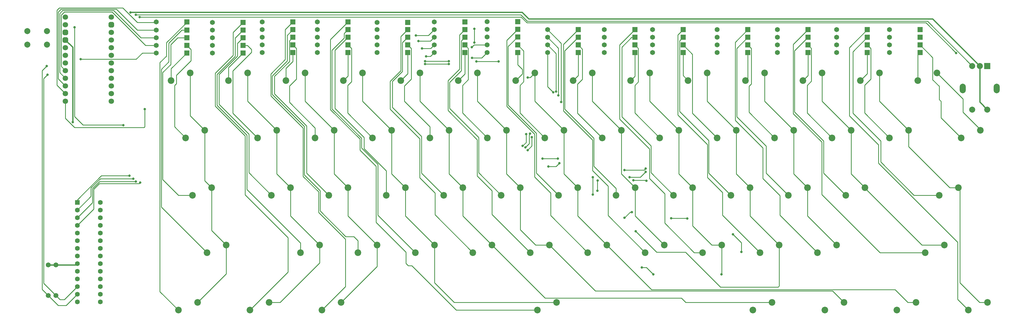
<source format=gbr>
%TF.GenerationSoftware,KiCad,Pcbnew,(7.0.0)*%
%TF.CreationDate,2023-12-21T18:15:09-08:00*%
%TF.ProjectId,Seeb61,53656562-3631-42e6-9b69-6361645f7063,rev?*%
%TF.SameCoordinates,Original*%
%TF.FileFunction,Copper,L2,Bot*%
%TF.FilePolarity,Positive*%
%FSLAX46Y46*%
G04 Gerber Fmt 4.6, Leading zero omitted, Abs format (unit mm)*
G04 Created by KiCad (PCBNEW (7.0.0)) date 2023-12-21 18:15:09*
%MOMM*%
%LPD*%
G01*
G04 APERTURE LIST*
G04 Aperture macros list*
%AMRoundRect*
0 Rectangle with rounded corners*
0 $1 Rounding radius*
0 $2 $3 $4 $5 $6 $7 $8 $9 X,Y pos of 4 corners*
0 Add a 4 corners polygon primitive as box body*
4,1,4,$2,$3,$4,$5,$6,$7,$8,$9,$2,$3,0*
0 Add four circle primitives for the rounded corners*
1,1,$1+$1,$2,$3*
1,1,$1+$1,$4,$5*
1,1,$1+$1,$6,$7*
1,1,$1+$1,$8,$9*
0 Add four rect primitives between the rounded corners*
20,1,$1+$1,$2,$3,$4,$5,0*
20,1,$1+$1,$4,$5,$6,$7,0*
20,1,$1+$1,$6,$7,$8,$9,0*
20,1,$1+$1,$8,$9,$2,$3,0*%
G04 Aperture macros list end*
%TA.AperFunction,ComponentPad*%
%ADD10C,2.200000*%
%TD*%
%TA.AperFunction,ComponentPad*%
%ADD11C,1.651000*%
%TD*%
%TA.AperFunction,ComponentPad*%
%ADD12R,1.651000X1.651000*%
%TD*%
%TA.AperFunction,ComponentPad*%
%ADD13R,1.600000X1.600000*%
%TD*%
%TA.AperFunction,ComponentPad*%
%ADD14C,1.600000*%
%TD*%
%TA.AperFunction,ComponentPad*%
%ADD15C,2.000000*%
%TD*%
%TA.AperFunction,ComponentPad*%
%ADD16C,1.800000*%
%TD*%
%TA.AperFunction,ComponentPad*%
%ADD17RoundRect,0.450000X-0.450000X-0.450000X0.450000X-0.450000X0.450000X0.450000X-0.450000X0.450000X0*%
%TD*%
%TA.AperFunction,WasherPad*%
%ADD18O,2.000000X3.200000*%
%TD*%
%TA.AperFunction,ComponentPad*%
%ADD19R,2.000000X2.000000*%
%TD*%
%TA.AperFunction,ViaPad*%
%ADD20C,0.800000*%
%TD*%
%TA.AperFunction,Conductor*%
%ADD21C,0.250000*%
%TD*%
%TA.AperFunction,Conductor*%
%ADD22C,0.381000*%
%TD*%
G04 APERTURE END LIST*
D10*
%TO.P,MX22,1,1*%
%TO.N,COL0*%
X251676000Y-181625000D03*
%TO.P,MX22,2,2*%
%TO.N,Net-(D22-A)*%
X245326000Y-184165000D03*
%TD*%
%TO.P,MX55,1,1*%
%TO.N,Expander_COL5*%
X494500000Y-162575000D03*
%TO.P,MX55,2,2*%
%TO.N,Net-(D63-A)*%
X488150000Y-165115000D03*
%TD*%
D11*
%TO.P,D27,1,K*%
%TO.N,ROW3*%
X320675000Y-110109000D03*
D12*
%TO.P,D27,2,A*%
%TO.N,Net-(D27-A)*%
X330834999Y-110108999D03*
%TD*%
D10*
%TO.P,MX48,1,1*%
%TO.N,Expander_COL5*%
X478028000Y-143510000D03*
%TO.P,MX48,2,2*%
%TO.N,Net-(D62-A)*%
X471678000Y-146050000D03*
%TD*%
%TO.P,MX52,1,1*%
%TO.N,Expander_COL2*%
X425450000Y-162560000D03*
%TO.P,MX52,2,2*%
%TO.N,Net-(D48-A)*%
X419100000Y-165100000D03*
%TD*%
D11*
%TO.P,D69,1,K*%
%TO.N,Net-(D39-K)*%
X471678000Y-110109000D03*
D12*
%TO.P,D69,2,A*%
%TO.N,Net-(D69-A)*%
X481837999Y-110108999D03*
%TD*%
D11*
%TO.P,D49,1,K*%
%TO.N,Net-(D39-K)*%
X393065000Y-110109000D03*
D12*
%TO.P,D49,2,A*%
%TO.N,Net-(D49-A)*%
X403224999Y-110108999D03*
%TD*%
D11*
%TO.P,D46,1,K*%
%TO.N,Net-(D36-K)*%
X393065000Y-117729000D03*
D12*
%TO.P,D46,2,A*%
%TO.N,Net-(D46-A)*%
X403224999Y-117728999D03*
%TD*%
D10*
%TO.P,MX8,1,1*%
%TO.N,COL0*%
X244602000Y-143510000D03*
%TO.P,MX8,2,2*%
%TO.N,Net-(D8-A)*%
X238252000Y-146050000D03*
%TD*%
D11*
%TO.P,D38,1,K*%
%TO.N,Net-(D38-K)*%
X358267000Y-112649000D03*
D12*
%TO.P,D38,2,A*%
%TO.N,Net-(D38-A)*%
X368426999Y-112648999D03*
%TD*%
D10*
%TO.P,MX45,1,1*%
%TO.N,Expander_COL2*%
X420878000Y-143510000D03*
%TO.P,MX45,2,2*%
%TO.N,Net-(D47-A)*%
X414528000Y-146050000D03*
%TD*%
%TO.P,MX11,1,1*%
%TO.N,COL3*%
X306578000Y-143510000D03*
%TO.P,MX11,2,2*%
%TO.N,Net-(D11-A)*%
X300228000Y-146050000D03*
%TD*%
D11*
%TO.P,D9,1,K*%
%TO.N,ROW1*%
X247142000Y-115316000D03*
D12*
%TO.P,D9,2,A*%
%TO.N,Net-(D9-A)*%
X257301999Y-115315999D03*
%TD*%
D10*
%TO.P,MX34,1,1*%
%TO.N,COL5*%
X456565000Y-200660000D03*
%TO.P,MX34,2,2*%
%TO.N,Net-(D34-A)*%
X450215000Y-203200000D03*
%TD*%
%TO.P,MX9,1,1*%
%TO.N,COL1*%
X268478000Y-143510000D03*
%TO.P,MX9,2,2*%
%TO.N,Net-(D9-A)*%
X262128000Y-146050000D03*
%TD*%
%TO.P,MX62,1,1*%
%TO.N,Expander_COL5*%
X504190000Y-200660000D03*
%TO.P,MX62,2,2*%
%TO.N,Net-(D64-A)*%
X497840000Y-203200000D03*
%TD*%
%TO.P,MX51,1,1*%
%TO.N,Expander_COL1*%
X406400000Y-162560000D03*
%TO.P,MX51,2,2*%
%TO.N,Net-(D43-A)*%
X400050000Y-165100000D03*
%TD*%
D11*
%TO.P,D26,1,K*%
%TO.N,ROW3*%
X301752000Y-110109000D03*
D12*
%TO.P,D26,2,A*%
%TO.N,Net-(D26-A)*%
X311911999Y-110108999D03*
%TD*%
D11*
%TO.P,D29,1,K*%
%TO.N,ROW4*%
X228473000Y-107569000D03*
D12*
%TO.P,D29,2,A*%
%TO.N,Net-(D29-A)*%
X238632999Y-107568999D03*
%TD*%
D11*
%TO.P,D44,1,K*%
%TO.N,Net-(D39-K)*%
X377063000Y-110109000D03*
D12*
%TO.P,D44,2,A*%
%TO.N,Net-(D44-A)*%
X387222999Y-110108999D03*
%TD*%
D10*
%TO.P,MX21,1,1*%
%TO.N,COL6*%
X368300000Y-162560000D03*
%TO.P,MX21,2,2*%
%TO.N,Net-(D21-A)*%
X361950000Y-165100000D03*
%TD*%
%TO.P,MX18,1,1*%
%TO.N,COL3*%
X311150000Y-162560000D03*
%TO.P,MX18,2,2*%
%TO.N,Net-(D18-A)*%
X304800000Y-165100000D03*
%TD*%
D11*
%TO.P,D13,1,K*%
%TO.N,ROW1*%
X320675000Y-115189000D03*
D12*
%TO.P,D13,2,A*%
%TO.N,Net-(D13-A)*%
X330834999Y-115188999D03*
%TD*%
D11*
%TO.P,D67,1,K*%
%TO.N,Net-(D37-K)*%
X471678000Y-115189000D03*
D12*
%TO.P,D67,2,A*%
%TO.N,Net-(D67-A)*%
X481837999Y-115188999D03*
%TD*%
D11*
%TO.P,D64,1,K*%
%TO.N,Net-(D39-K)*%
X454152000Y-110109000D03*
D12*
%TO.P,D64,2,A*%
%TO.N,Net-(D64-A)*%
X464311999Y-110108999D03*
%TD*%
D10*
%TO.P,MX25,1,1*%
%TO.N,COL3*%
X320802000Y-181610000D03*
%TO.P,MX25,2,2*%
%TO.N,Net-(D25-A)*%
X314452000Y-184150000D03*
%TD*%
D11*
%TO.P,D15,1,K*%
%TO.N,ROW2*%
X228473000Y-112776000D03*
D12*
%TO.P,D15,2,A*%
%TO.N,Net-(D15-A)*%
X238632999Y-112775999D03*
%TD*%
D11*
%TO.P,D41,1,K*%
%TO.N,Net-(D36-K)*%
X377063000Y-117729000D03*
D12*
%TO.P,D41,2,A*%
%TO.N,Net-(D41-A)*%
X387222999Y-117728999D03*
%TD*%
D10*
%TO.P,MX26,1,1*%
%TO.N,COL4*%
X339852000Y-181610000D03*
%TO.P,MX26,2,2*%
%TO.N,Net-(D26-A)*%
X333502000Y-184150000D03*
%TD*%
D13*
%TO.P,U2,1,GPB0*%
%TO.N,Net-(D36-K)*%
X202310999Y-167512999D03*
D14*
%TO.P,U2,2,GPB1*%
%TO.N,Net-(D37-K)*%
X202311000Y-170053000D03*
%TO.P,U2,3,GPB2*%
%TO.N,Net-(D38-K)*%
X202311000Y-172593000D03*
%TO.P,U2,4,GPB3*%
%TO.N,Net-(D39-K)*%
X202311000Y-175133000D03*
%TO.P,U2,5,GPB4*%
%TO.N,unconnected-(U2-GPB4-Pad5)*%
X202311000Y-177673000D03*
%TO.P,U2,6,GPB5*%
%TO.N,unconnected-(U2-GPB5-Pad6)*%
X202311000Y-180213000D03*
%TO.P,U2,7,GPB6*%
%TO.N,unconnected-(U2-GPB6-Pad7)*%
X202311000Y-182753000D03*
%TO.P,U2,8,GPB7*%
%TO.N,unconnected-(U2-GPB7-Pad8)*%
X202311000Y-185293000D03*
%TO.P,U2,9,VDD*%
%TO.N,VDD*%
X202311000Y-187833000D03*
%TO.P,U2,10,VSS*%
%TO.N,GND*%
X202311000Y-190373000D03*
%TO.P,U2,11,NC*%
%TO.N,unconnected-(U2-NC-Pad11)*%
X202311000Y-192913000D03*
%TO.P,U2,12,SCK*%
%TO.N,SCL*%
X202311000Y-195453000D03*
%TO.P,U2,13,SDA*%
%TO.N,SDA*%
X202311000Y-197993000D03*
%TO.P,U2,14,NC*%
%TO.N,unconnected-(U2-NC-Pad14)*%
X202311000Y-200533000D03*
%TO.P,U2,15,A0*%
%TO.N,GND*%
X209931000Y-200533000D03*
%TO.P,U2,16,A1*%
X209931000Y-197993000D03*
%TO.P,U2,17,A2*%
X209931000Y-195453000D03*
%TO.P,U2,18,~{RESET}*%
%TO.N,VDD*%
X209931000Y-192913000D03*
%TO.P,U2,19,INTB*%
%TO.N,unconnected-(U2-INTB-Pad19)*%
X209931000Y-190373000D03*
%TO.P,U2,20,INTA*%
%TO.N,unconnected-(U2-INTA-Pad20)*%
X209931000Y-187833000D03*
%TO.P,U2,21,GPA0*%
%TO.N,Expander_COL0*%
X209931000Y-185293000D03*
%TO.P,U2,22,GPA1*%
%TO.N,Expander_COL1*%
X209931000Y-182753000D03*
%TO.P,U2,23,GPA2*%
%TO.N,Expander_COL2*%
X209931000Y-180213000D03*
%TO.P,U2,24,GPA3*%
%TO.N,Expander_COL3*%
X209931000Y-177673000D03*
%TO.P,U2,25,GPA4*%
%TO.N,Expander_COL4*%
X209931000Y-175133000D03*
%TO.P,U2,26,GPA5*%
%TO.N,Expander_COL5*%
X209931000Y-172593000D03*
%TO.P,U2,27,GPA6*%
%TO.N,Expander_COL6*%
X209931000Y-170053000D03*
%TO.P,U2,28,GPA7*%
%TO.N,unconnected-(U2-GPA7-Pad28)*%
X209931000Y-167513000D03*
%TD*%
D11*
%TO.P,D5,1,K*%
%TO.N,ROW0*%
X301752000Y-117729000D03*
D12*
%TO.P,D5,2,A*%
%TO.N,Net-(D5-A)*%
X311911999Y-117728999D03*
%TD*%
D10*
%TO.P,MX57,1,1*%
%TO.N,Expander_COL0*%
X397002000Y-181610000D03*
%TO.P,MX57,2,2*%
%TO.N,Net-(D39-A)*%
X390652000Y-184150000D03*
%TD*%
D11*
%TO.P,D7,1,K*%
%TO.N,ROW0*%
X338201000Y-117729000D03*
D12*
%TO.P,D7,2,A*%
%TO.N,Net-(D7-A)*%
X348360999Y-117728999D03*
%TD*%
D10*
%TO.P,MX1,1,1*%
%TO.N,COL0*%
X239776000Y-124460000D03*
%TO.P,MX1,2,2*%
%TO.N,Net-(D1-A)*%
X233426000Y-127000000D03*
%TD*%
%TO.P,MX58,1,1*%
%TO.N,Expander_COL1*%
X416052000Y-181610000D03*
%TO.P,MX58,2,2*%
%TO.N,Net-(D44-A)*%
X409702000Y-184150000D03*
%TD*%
D11*
%TO.P,D6,1,K*%
%TO.N,ROW0*%
X320675000Y-117729000D03*
D12*
%TO.P,D6,2,A*%
%TO.N,Net-(D6-A)*%
X330834999Y-117728999D03*
%TD*%
D10*
%TO.P,MX41,1,1*%
%TO.N,Expander_COL5*%
X468376000Y-124460000D03*
%TO.P,MX41,2,2*%
%TO.N,Net-(D61-A)*%
X462026000Y-127000000D03*
%TD*%
D11*
%TO.P,D16,1,K*%
%TO.N,ROW2*%
X247142000Y-112776000D03*
D12*
%TO.P,D16,2,A*%
%TO.N,Net-(D16-A)*%
X257301999Y-112775999D03*
%TD*%
D10*
%TO.P,MX15,1,1*%
%TO.N,COL0*%
X246888000Y-162560000D03*
%TO.P,MX15,2,2*%
%TO.N,Net-(D15-A)*%
X240538000Y-165100000D03*
%TD*%
%TO.P,MX39,1,1*%
%TO.N,Expander_COL3*%
X430276000Y-124460000D03*
%TO.P,MX39,2,2*%
%TO.N,Net-(D51-A)*%
X423926000Y-127000000D03*
%TD*%
%TO.P,MX12,1,1*%
%TO.N,COL4*%
X325628000Y-143510000D03*
%TO.P,MX12,2,2*%
%TO.N,Net-(D12-A)*%
X319278000Y-146050000D03*
%TD*%
D11*
%TO.P,R1,1*%
%TO.N,SDA*%
X192659000Y-198374000D03*
%TO.P,R1,2*%
%TO.N,VDD*%
X192659000Y-188214000D03*
%TD*%
D10*
%TO.P,MX6,1,1*%
%TO.N,COL5*%
X335026000Y-124460000D03*
%TO.P,MX6,2,2*%
%TO.N,Net-(D6-A)*%
X328676000Y-127000000D03*
%TD*%
D11*
%TO.P,D58,1,K*%
%TO.N,Net-(D38-K)*%
X434467000Y-112649000D03*
D12*
%TO.P,D58,2,A*%
%TO.N,Net-(D58-A)*%
X444626999Y-112648999D03*
%TD*%
D15*
%TO.P,SW1,1,1*%
%TO.N,GND*%
X185778000Y-110562000D03*
X192278000Y-110562000D03*
%TO.P,SW1,2,2*%
%TO.N,Net-(U1-RST)*%
X185778000Y-115062000D03*
X192278000Y-115062000D03*
%TD*%
D10*
%TO.P,MX38,1,1*%
%TO.N,Expander_COL2*%
X411226000Y-124460000D03*
%TO.P,MX38,2,2*%
%TO.N,Net-(D46-A)*%
X404876000Y-127000000D03*
%TD*%
D11*
%TO.P,D66,1,K*%
%TO.N,Net-(D36-K)*%
X471678000Y-117729000D03*
D12*
%TO.P,D66,2,A*%
%TO.N,Net-(D66-A)*%
X481837999Y-117728999D03*
%TD*%
D10*
%TO.P,MX13,1,1*%
%TO.N,COL5*%
X344678000Y-143510000D03*
%TO.P,MX13,2,2*%
%TO.N,Net-(D13-A)*%
X338328000Y-146050000D03*
%TD*%
D11*
%TO.P,D59,1,K*%
%TO.N,Net-(D39-K)*%
X434467000Y-110109000D03*
D12*
%TO.P,D59,2,A*%
%TO.N,Net-(D59-A)*%
X444626999Y-110108999D03*
%TD*%
D11*
%TO.P,R2,1*%
%TO.N,SCL*%
X195199000Y-198374000D03*
%TO.P,R2,2*%
%TO.N,VDD*%
X195199000Y-188214000D03*
%TD*%
%TO.P,D17,1,K*%
%TO.N,ROW2*%
X263652000Y-112649000D03*
D12*
%TO.P,D17,2,A*%
%TO.N,Net-(D17-A)*%
X273811999Y-112648999D03*
%TD*%
D10*
%TO.P,MX3,1,1*%
%TO.N,COL2*%
X277876000Y-124460000D03*
%TO.P,MX3,2,2*%
%TO.N,Net-(D3-A)*%
X271526000Y-127000000D03*
%TD*%
D11*
%TO.P,D30,1,K*%
%TO.N,ROW4*%
X247142000Y-107696000D03*
D12*
%TO.P,D30,2,A*%
%TO.N,Net-(D30-A)*%
X257301999Y-107695999D03*
%TD*%
D10*
%TO.P,MX31,1,1*%
%TO.N,COL2*%
X289814000Y-200660000D03*
%TO.P,MX31,2,2*%
%TO.N,Net-(D31-A)*%
X283464000Y-203200000D03*
%TD*%
D11*
%TO.P,D25,1,K*%
%TO.N,ROW3*%
X281940000Y-110109000D03*
D12*
%TO.P,D25,2,A*%
%TO.N,Net-(D25-A)*%
X292099999Y-110108999D03*
%TD*%
D11*
%TO.P,D42,1,K*%
%TO.N,Net-(D37-K)*%
X377063000Y-115189000D03*
D12*
%TO.P,D42,2,A*%
%TO.N,Net-(D42-A)*%
X387222999Y-115188999D03*
%TD*%
D11*
%TO.P,D14,1,K*%
%TO.N,ROW1*%
X338201000Y-115189000D03*
D12*
%TO.P,D14,2,A*%
%TO.N,Net-(D14-A)*%
X348360999Y-115188999D03*
%TD*%
D10*
%TO.P,MX5,1,1*%
%TO.N,COL4*%
X315976000Y-124460000D03*
%TO.P,MX5,2,2*%
%TO.N,Net-(D5-A)*%
X309626000Y-127000000D03*
%TD*%
D11*
%TO.P,D54,1,K*%
%TO.N,Net-(D39-K)*%
X414528000Y-110109000D03*
D12*
%TO.P,D54,2,A*%
%TO.N,Net-(D54-A)*%
X424687999Y-110108999D03*
%TD*%
D11*
%TO.P,D63,1,K*%
%TO.N,Net-(D38-K)*%
X454152000Y-112649000D03*
D12*
%TO.P,D63,2,A*%
%TO.N,Net-(D63-A)*%
X464311999Y-112648999D03*
%TD*%
D10*
%TO.P,MX59,1,1*%
%TO.N,Expander_COL2*%
X435102000Y-181610000D03*
%TO.P,MX59,2,2*%
%TO.N,Net-(D49-A)*%
X428752000Y-184150000D03*
%TD*%
D16*
%TO.P,U1,1,D3-TX*%
%TO.N,COL4*%
X198374000Y-105918000D03*
%TO.P,U1,2,D2-RX*%
%TO.N,unconnected-(U1-D2-RX-Pad2)*%
X198374000Y-108458000D03*
D17*
%TO.P,U1,3,GND*%
%TO.N,GND*%
X198374000Y-110998000D03*
%TO.P,U1,4,GND*%
X198374000Y-113538000D03*
D16*
%TO.P,U1,5,D1*%
%TO.N,SDA*%
X198374000Y-116078000D03*
%TO.P,U1,6,D0*%
%TO.N,SCL*%
X198374000Y-118618000D03*
%TO.P,U1,7,D4*%
%TO.N,ROW0*%
X198374000Y-121158000D03*
%TO.P,U1,8,C6*%
%TO.N,ROW1*%
X198374000Y-123698000D03*
%TO.P,U1,9,D7*%
%TO.N,ROW2*%
X198374000Y-126238000D03*
%TO.P,U1,10,E6*%
%TO.N,ROW3*%
X198374000Y-128778000D03*
%TO.P,U1,11,B4*%
%TO.N,ROW4*%
X198374000Y-131318000D03*
%TO.P,U1,12,B5*%
%TO.N,COL0*%
X198374000Y-133858000D03*
%TO.P,U1,13,B0*%
%TO.N,unconnected-(U1-B0-Pad13)*%
X213614000Y-105918000D03*
D17*
%TO.P,U1,14,GND*%
%TO.N,GND*%
X213614000Y-108458000D03*
D16*
%TO.P,U1,15,RST*%
%TO.N,Net-(U1-RST)*%
X213614000Y-110998000D03*
%TO.P,U1,16,VCC*%
%TO.N,VDD*%
X213614000Y-113538000D03*
%TO.P,U1,17,F4*%
%TO.N,unconnected-(U1-F4-Pad17)*%
X213614000Y-116078000D03*
%TO.P,U1,18,F5*%
%TO.N,Net-(U1-F5)*%
X213614000Y-118618000D03*
%TO.P,U1,19,F6*%
%TO.N,Net-(U1-F6)*%
X213614000Y-121158000D03*
%TO.P,U1,20,F7*%
%TO.N,COL6*%
X213614000Y-123698000D03*
%TO.P,U1,21,B1*%
%TO.N,COL5*%
X213614000Y-126238000D03*
%TO.P,U1,22,B3*%
%TO.N,COL3*%
X213614000Y-128778000D03*
%TO.P,U1,23,B2*%
%TO.N,COL2*%
X213614000Y-131318000D03*
%TO.P,U1,24,B6*%
%TO.N,COL1*%
X213614000Y-133858000D03*
%TD*%
D11*
%TO.P,D12,1,K*%
%TO.N,ROW1*%
X301752000Y-115189000D03*
D12*
%TO.P,D12,2,A*%
%TO.N,Net-(D12-A)*%
X311911999Y-115188999D03*
%TD*%
D11*
%TO.P,D61,1,K*%
%TO.N,Net-(D36-K)*%
X454152000Y-117729000D03*
D12*
%TO.P,D61,2,A*%
%TO.N,Net-(D61-A)*%
X464311999Y-117728999D03*
%TD*%
D11*
%TO.P,D34,1,K*%
%TO.N,ROW4*%
X320675000Y-107569000D03*
D12*
%TO.P,D34,2,A*%
%TO.N,Net-(D34-A)*%
X330834999Y-107568999D03*
%TD*%
D10*
%TO.P,MX40,1,1*%
%TO.N,Expander_COL4*%
X449326000Y-124460000D03*
%TO.P,MX40,2,2*%
%TO.N,Net-(D56-A)*%
X442976000Y-127000000D03*
%TD*%
D11*
%TO.P,D51,1,K*%
%TO.N,Net-(D36-K)*%
X414528000Y-117729000D03*
D12*
%TO.P,D51,2,A*%
%TO.N,Net-(D51-A)*%
X424687999Y-117728999D03*
%TD*%
D10*
%TO.P,MX20,1,1*%
%TO.N,COL5*%
X349250000Y-162560000D03*
%TO.P,MX20,2,2*%
%TO.N,Net-(D20-A)*%
X342900000Y-165100000D03*
%TD*%
D11*
%TO.P,D39,1,K*%
%TO.N,Net-(D39-K)*%
X358267000Y-110109000D03*
D12*
%TO.P,D39,2,A*%
%TO.N,Net-(D39-A)*%
X368426999Y-110108999D03*
%TD*%
D11*
%TO.P,D2,1,K*%
%TO.N,ROW0*%
X247142000Y-117856000D03*
D12*
%TO.P,D2,2,A*%
%TO.N,Net-(D2-A)*%
X257301999Y-117855999D03*
%TD*%
D11*
%TO.P,D48,1,K*%
%TO.N,Net-(D38-K)*%
X393065000Y-112649000D03*
D12*
%TO.P,D48,2,A*%
%TO.N,Net-(D48-A)*%
X403224999Y-112648999D03*
%TD*%
D11*
%TO.P,D53,1,K*%
%TO.N,Net-(D38-K)*%
X414528000Y-112649000D03*
D12*
%TO.P,D53,2,A*%
%TO.N,Net-(D53-A)*%
X424687999Y-112648999D03*
%TD*%
D11*
%TO.P,D47,1,K*%
%TO.N,Net-(D37-K)*%
X393065000Y-115189000D03*
D12*
%TO.P,D47,2,A*%
%TO.N,Net-(D47-A)*%
X403224999Y-115188999D03*
%TD*%
D11*
%TO.P,D10,1,K*%
%TO.N,ROW1*%
X263652000Y-115189000D03*
D12*
%TO.P,D10,2,A*%
%TO.N,Net-(D10-A)*%
X273811999Y-115188999D03*
%TD*%
D18*
%TO.P,SW2,*%
%TO.N,*%
X507209999Y-129651999D03*
X496009999Y-129651999D03*
D19*
%TO.P,SW2,A,A*%
%TO.N,Net-(U1-F6)*%
X504109999Y-122151999D03*
D15*
%TO.P,SW2,B,B*%
%TO.N,Net-(U1-F5)*%
X499110000Y-122152000D03*
%TO.P,SW2,C,C*%
%TO.N,GND*%
X501610000Y-122152000D03*
%TO.P,SW2,S1,S1*%
%TO.N,unconnected-(SW2-PadS1)*%
X499110000Y-136652000D03*
%TO.P,SW2,S2,S2*%
%TO.N,GND*%
X504110000Y-136652000D03*
%TD*%
D11*
%TO.P,D11,1,K*%
%TO.N,ROW1*%
X281940000Y-115189000D03*
D12*
%TO.P,D11,2,A*%
%TO.N,Net-(D11-A)*%
X292099999Y-115188999D03*
%TD*%
D10*
%TO.P,MX14,1,1*%
%TO.N,COL6*%
X363728000Y-143510000D03*
%TO.P,MX14,2,2*%
%TO.N,Net-(D14-A)*%
X357378000Y-146050000D03*
%TD*%
%TO.P,MX2,1,1*%
%TO.N,COL1*%
X258826000Y-124460000D03*
%TO.P,MX2,2,2*%
%TO.N,Net-(D2-A)*%
X252476000Y-127000000D03*
%TD*%
D11*
%TO.P,D37,1,K*%
%TO.N,Net-(D37-K)*%
X358267000Y-115189000D03*
D12*
%TO.P,D37,2,A*%
%TO.N,Net-(D37-A)*%
X368426999Y-115188999D03*
%TD*%
D10*
%TO.P,MX37,1,1*%
%TO.N,Expander_COL1*%
X392176000Y-124460000D03*
%TO.P,MX37,2,2*%
%TO.N,Net-(D41-A)*%
X385826000Y-127000000D03*
%TD*%
%TO.P,MX47,1,1*%
%TO.N,Expander_COL4*%
X458978000Y-143510000D03*
%TO.P,MX47,2,2*%
%TO.N,Net-(D57-A)*%
X452628000Y-146050000D03*
%TD*%
%TO.P,MX46,1,1*%
%TO.N,Expander_COL3*%
X439928000Y-143510000D03*
%TO.P,MX46,2,2*%
%TO.N,Net-(D52-A)*%
X433578000Y-146050000D03*
%TD*%
%TO.P,MX42,1,1*%
%TO.N,Expander_COL6*%
X487426000Y-124460000D03*
%TO.P,MX42,2,2*%
%TO.N,Net-(D66-A)*%
X481076000Y-127000000D03*
%TD*%
%TO.P,MX28,1,1*%
%TO.N,COL6*%
X377952000Y-181610000D03*
%TO.P,MX28,2,2*%
%TO.N,Net-(D28-A)*%
X371602000Y-184150000D03*
%TD*%
%TO.P,MX24,1,1*%
%TO.N,COL2*%
X301752000Y-181610000D03*
%TO.P,MX24,2,2*%
%TO.N,Net-(D24-A)*%
X295402000Y-184150000D03*
%TD*%
%TO.P,MX23,1,1*%
%TO.N,COL1*%
X282702000Y-181610000D03*
%TO.P,MX23,2,2*%
%TO.N,Net-(D23-A)*%
X276352000Y-184150000D03*
%TD*%
D11*
%TO.P,D21,1,K*%
%TO.N,ROW2*%
X338201000Y-112522000D03*
D12*
%TO.P,D21,2,A*%
%TO.N,Net-(D21-A)*%
X348360999Y-112521999D03*
%TD*%
D11*
%TO.P,D1,1,K*%
%TO.N,ROW0*%
X228473000Y-117856000D03*
D12*
%TO.P,D1,2,A*%
%TO.N,Net-(D1-A)*%
X238632999Y-117855999D03*
%TD*%
D10*
%TO.P,MX53,1,1*%
%TO.N,Expander_COL3*%
X444500000Y-162560000D03*
%TO.P,MX53,2,2*%
%TO.N,Net-(D53-A)*%
X438150000Y-165100000D03*
%TD*%
D11*
%TO.P,D43,1,K*%
%TO.N,Net-(D38-K)*%
X377063000Y-112649000D03*
D12*
%TO.P,D43,2,A*%
%TO.N,Net-(D43-A)*%
X387222999Y-112648999D03*
%TD*%
D10*
%TO.P,MX29,1,1*%
%TO.N,COL0*%
X242189000Y-200660000D03*
%TO.P,MX29,2,2*%
%TO.N,Net-(D29-A)*%
X235839000Y-203200000D03*
%TD*%
D11*
%TO.P,D3,1,K*%
%TO.N,ROW0*%
X263652000Y-117729000D03*
D12*
%TO.P,D3,2,A*%
%TO.N,Net-(D3-A)*%
X273811999Y-117728999D03*
%TD*%
D10*
%TO.P,MX35,1,1*%
%TO.N,COL6*%
X480441000Y-200660000D03*
%TO.P,MX35,2,2*%
%TO.N,Net-(D35-A)*%
X474091000Y-203200000D03*
%TD*%
D11*
%TO.P,D32,1,K*%
%TO.N,ROW4*%
X281940000Y-107569000D03*
D12*
%TO.P,D32,2,A*%
%TO.N,Net-(D32-A)*%
X292099999Y-107568999D03*
%TD*%
D10*
%TO.P,MX49,1,1*%
%TO.N,Expander_COL6*%
X501777000Y-143510000D03*
%TO.P,MX49,2,2*%
%TO.N,Net-(D67-A)*%
X495427000Y-146050000D03*
%TD*%
%TO.P,MX27,1,1*%
%TO.N,COL5*%
X358902000Y-181610000D03*
%TO.P,MX27,2,2*%
%TO.N,Net-(D27-A)*%
X352552000Y-184150000D03*
%TD*%
%TO.P,MX54,1,1*%
%TO.N,Expander_COL4*%
X463550000Y-162560000D03*
%TO.P,MX54,2,2*%
%TO.N,Net-(D58-A)*%
X457200000Y-165100000D03*
%TD*%
D11*
%TO.P,D22,1,K*%
%TO.N,ROW3*%
X228473000Y-110236000D03*
D12*
%TO.P,D22,2,A*%
%TO.N,Net-(D22-A)*%
X238632999Y-110235999D03*
%TD*%
D11*
%TO.P,D20,1,K*%
%TO.N,ROW2*%
X320675000Y-112649000D03*
D12*
%TO.P,D20,2,A*%
%TO.N,Net-(D20-A)*%
X330834999Y-112648999D03*
%TD*%
D10*
%TO.P,MX36,1,1*%
%TO.N,Expander_COL0*%
X373126000Y-124460000D03*
%TO.P,MX36,2,2*%
%TO.N,Net-(D36-A)*%
X366776000Y-127000000D03*
%TD*%
%TO.P,MX50,1,1*%
%TO.N,Expander_COL0*%
X387350000Y-162560000D03*
%TO.P,MX50,2,2*%
%TO.N,Net-(D38-A)*%
X381000000Y-165100000D03*
%TD*%
D11*
%TO.P,D62,1,K*%
%TO.N,Net-(D37-K)*%
X454152000Y-115189000D03*
D12*
%TO.P,D62,2,A*%
%TO.N,Net-(D62-A)*%
X464311999Y-115188999D03*
%TD*%
D11*
%TO.P,D52,1,K*%
%TO.N,Net-(D37-K)*%
X414528000Y-115189000D03*
D12*
%TO.P,D52,2,A*%
%TO.N,Net-(D52-A)*%
X424687999Y-115188999D03*
%TD*%
D10*
%TO.P,MX61,1,1*%
%TO.N,Expander_COL4*%
X489877000Y-181625000D03*
%TO.P,MX61,2,2*%
%TO.N,Net-(D59-A)*%
X483527000Y-184165000D03*
%TD*%
D11*
%TO.P,D24,1,K*%
%TO.N,ROW3*%
X263652000Y-110109000D03*
D12*
%TO.P,D24,2,A*%
%TO.N,Net-(D24-A)*%
X273811999Y-110108999D03*
%TD*%
D10*
%TO.P,MX17,1,1*%
%TO.N,COL2*%
X292100000Y-162560000D03*
%TO.P,MX17,2,2*%
%TO.N,Net-(D17-A)*%
X285750000Y-165100000D03*
%TD*%
D11*
%TO.P,D8,1,K*%
%TO.N,ROW1*%
X228473000Y-115316000D03*
D12*
%TO.P,D8,2,A*%
%TO.N,Net-(D8-A)*%
X238632999Y-115315999D03*
%TD*%
D11*
%TO.P,D68,1,K*%
%TO.N,Net-(D38-K)*%
X471678000Y-112649000D03*
D12*
%TO.P,D68,2,A*%
%TO.N,Net-(D68-A)*%
X481837999Y-112648999D03*
%TD*%
D11*
%TO.P,D57,1,K*%
%TO.N,Net-(D37-K)*%
X434467000Y-115189000D03*
D12*
%TO.P,D57,2,A*%
%TO.N,Net-(D57-A)*%
X444626999Y-115188999D03*
%TD*%
D10*
%TO.P,MX4,1,1*%
%TO.N,COL3*%
X296926000Y-124460000D03*
%TO.P,MX4,2,2*%
%TO.N,Net-(D4-A)*%
X290576000Y-127000000D03*
%TD*%
D11*
%TO.P,D19,1,K*%
%TO.N,ROW2*%
X301752000Y-112649000D03*
D12*
%TO.P,D19,2,A*%
%TO.N,Net-(D19-A)*%
X311911999Y-112648999D03*
%TD*%
D10*
%TO.P,MX30,1,1*%
%TO.N,COL1*%
X265938000Y-200660000D03*
%TO.P,MX30,2,2*%
%TO.N,Net-(D30-A)*%
X259588000Y-203200000D03*
%TD*%
D11*
%TO.P,D33,1,K*%
%TO.N,ROW4*%
X301752000Y-107696000D03*
D12*
%TO.P,D33,2,A*%
%TO.N,Net-(D33-A)*%
X311911999Y-107695999D03*
%TD*%
D11*
%TO.P,D23,1,K*%
%TO.N,ROW3*%
X247142000Y-110236000D03*
D12*
%TO.P,D23,2,A*%
%TO.N,Net-(D23-A)*%
X257301999Y-110235999D03*
%TD*%
D11*
%TO.P,D4,1,K*%
%TO.N,ROW0*%
X281940000Y-117729000D03*
D12*
%TO.P,D4,2,A*%
%TO.N,Net-(D4-A)*%
X292099999Y-117728999D03*
%TD*%
D11*
%TO.P,D56,1,K*%
%TO.N,Net-(D36-K)*%
X434467000Y-117729000D03*
D12*
%TO.P,D56,2,A*%
%TO.N,Net-(D56-A)*%
X444626999Y-117728999D03*
%TD*%
D10*
%TO.P,MX60,1,1*%
%TO.N,Expander_COL3*%
X454152000Y-181610000D03*
%TO.P,MX60,2,2*%
%TO.N,Net-(D54-A)*%
X447802000Y-184150000D03*
%TD*%
D11*
%TO.P,D28,1,K*%
%TO.N,ROW3*%
X338201000Y-109982000D03*
D12*
%TO.P,D28,2,A*%
%TO.N,Net-(D28-A)*%
X348360999Y-109981999D03*
%TD*%
D10*
%TO.P,MX33,1,1*%
%TO.N,COL4*%
X432689000Y-200660000D03*
%TO.P,MX33,2,2*%
%TO.N,Net-(D33-A)*%
X426339000Y-203200000D03*
%TD*%
D11*
%TO.P,D36,1,K*%
%TO.N,Net-(D36-K)*%
X358267000Y-117729000D03*
D12*
%TO.P,D36,2,A*%
%TO.N,Net-(D36-A)*%
X368426999Y-117728999D03*
%TD*%
D10*
%TO.P,MX10,1,1*%
%TO.N,COL2*%
X287528000Y-143510000D03*
%TO.P,MX10,2,2*%
%TO.N,Net-(D10-A)*%
X281178000Y-146050000D03*
%TD*%
%TO.P,MX16,1,1*%
%TO.N,COL1*%
X273050000Y-162560000D03*
%TO.P,MX16,2,2*%
%TO.N,Net-(D16-A)*%
X266700000Y-165100000D03*
%TD*%
%TO.P,MX43,1,1*%
%TO.N,Expander_COL0*%
X382778000Y-143510000D03*
%TO.P,MX43,2,2*%
%TO.N,Net-(D37-A)*%
X376428000Y-146050000D03*
%TD*%
D11*
%TO.P,D18,1,K*%
%TO.N,ROW2*%
X281940000Y-112649000D03*
D12*
%TO.P,D18,2,A*%
%TO.N,Net-(D18-A)*%
X292099999Y-112648999D03*
%TD*%
D10*
%TO.P,MX19,1,1*%
%TO.N,COL4*%
X330200000Y-162560000D03*
%TO.P,MX19,2,2*%
%TO.N,Net-(D19-A)*%
X323850000Y-165100000D03*
%TD*%
%TO.P,MX32,1,1*%
%TO.N,COL3*%
X361277000Y-200675000D03*
%TO.P,MX32,2,2*%
%TO.N,Net-(D32-A)*%
X354927000Y-203215000D03*
%TD*%
D11*
%TO.P,D35,1,K*%
%TO.N,ROW4*%
X338201000Y-107442000D03*
D12*
%TO.P,D35,2,A*%
%TO.N,Net-(D35-A)*%
X348360999Y-107441999D03*
%TD*%
D10*
%TO.P,MX7,1,1*%
%TO.N,COL6*%
X354076000Y-124460000D03*
%TO.P,MX7,2,2*%
%TO.N,Net-(D7-A)*%
X347726000Y-127000000D03*
%TD*%
D11*
%TO.P,D31,1,K*%
%TO.N,ROW4*%
X263652000Y-107569000D03*
D12*
%TO.P,D31,2,A*%
%TO.N,Net-(D31-A)*%
X273811999Y-107568999D03*
%TD*%
D10*
%TO.P,MX44,1,1*%
%TO.N,Expander_COL1*%
X401828000Y-143510000D03*
%TO.P,MX44,2,2*%
%TO.N,Net-(D42-A)*%
X395478000Y-146050000D03*
%TD*%
D20*
%TO.N,ROW0*%
X333248000Y-119507000D03*
X203454000Y-119888000D03*
X318008000Y-118999000D03*
%TO.N,ROW1*%
X333121000Y-115951000D03*
X316611000Y-116332000D03*
%TO.N,ROW2*%
X315468000Y-113919000D03*
%TO.N,ROW3*%
X314579000Y-112014000D03*
%TO.N,Net-(D34-A)*%
X334010000Y-114427000D03*
X422529000Y-183896000D03*
X419735000Y-178054000D03*
X334010000Y-109855000D03*
%TO.N,Net-(D36-K)*%
X350012000Y-148717000D03*
X360172000Y-130937000D03*
X351155000Y-144780000D03*
X219583000Y-158623000D03*
%TO.N,Net-(D37-K)*%
X350901000Y-149225000D03*
X220853000Y-159639000D03*
X361133046Y-130662415D03*
X352425000Y-144653000D03*
%TO.N,Net-(D38-K)*%
X361857546Y-131953000D03*
X351663000Y-150114000D03*
X221742000Y-160528000D03*
X353060000Y-145796000D03*
%TO.N,Net-(D39-K)*%
X356616000Y-152908000D03*
X362807500Y-134112000D03*
X361696000Y-152908000D03*
X223139000Y-160909000D03*
%TO.N,COL0*%
X224663000Y-136525000D03*
%TO.N,COL4*%
X217551000Y-141859000D03*
X201422000Y-109347000D03*
%TO.N,COL5*%
X325501000Y-121539000D03*
X317627000Y-121539000D03*
%TO.N,COL6*%
X317627000Y-120539497D03*
X334645000Y-120650000D03*
X325501000Y-120539497D03*
X342011000Y-120650000D03*
X351663000Y-125984000D03*
%TO.N,Expander_COL1*%
X389509000Y-189103000D03*
X415925000Y-191389000D03*
X393319000Y-191389000D03*
%TO.N,Expander_COL2*%
X387477000Y-177038000D03*
%TO.N,Expander_COL3*%
X383794000Y-172593000D03*
X386207000Y-170688000D03*
X404622000Y-172847000D03*
X399288000Y-172720000D03*
%TO.N,Expander_COL4*%
X391033000Y-160274000D03*
X374777000Y-163576000D03*
X386715000Y-160147000D03*
X374921432Y-160209862D03*
%TO.N,Expander_COL5*%
X373253000Y-159131000D03*
X390779000Y-157353000D03*
X373253000Y-164846000D03*
X385445000Y-159131000D03*
%TO.N,Expander_COL6*%
X383794000Y-156718000D03*
X390779000Y-156210000D03*
X362204000Y-154432000D03*
X358521000Y-155575000D03*
%TO.N,SDA*%
X192151000Y-122174000D03*
%TO.N,SCL*%
X192405000Y-125095000D03*
%TO.N,GND*%
X219964000Y-104394000D03*
X200787000Y-140843000D03*
%TO.N,Net-(U1-F6)*%
X223012000Y-105918000D03*
X493782701Y-117849299D03*
%TO.N,Net-(U1-F5)*%
X221742000Y-105156000D03*
%TD*%
D21*
%TO.N,ROW0*%
X318008000Y-118999000D02*
X319405000Y-118999000D01*
X223896812Y-117856000D02*
X221819812Y-119933000D01*
X223896812Y-117856000D02*
X228473000Y-117856000D01*
X336423000Y-119507000D02*
X338201000Y-117729000D01*
X203499000Y-119933000D02*
X203454000Y-119888000D01*
X319405000Y-118999000D02*
X320675000Y-117729000D01*
X333248000Y-119507000D02*
X336423000Y-119507000D01*
X221819812Y-119933000D02*
X203499000Y-119933000D01*
%TO.N,Net-(D1-A)*%
X233426000Y-123063000D02*
X238633000Y-117856000D01*
X233426000Y-127000000D02*
X233426000Y-123063000D01*
%TO.N,Net-(D2-A)*%
X252476000Y-127000000D02*
X252476000Y-122682000D01*
X252476000Y-122682000D02*
X257302000Y-117856000D01*
%TO.N,Net-(D3-A)*%
X273812000Y-120650000D02*
X273812000Y-117729000D01*
X271526000Y-122936000D02*
X273812000Y-120650000D01*
X271526000Y-127000000D02*
X271526000Y-122936000D01*
%TO.N,Net-(D4-A)*%
X292100000Y-125476000D02*
X290576000Y-127000000D01*
X292100000Y-117729000D02*
X292100000Y-125476000D01*
%TO.N,Net-(D5-A)*%
X311912000Y-124714000D02*
X309626000Y-127000000D01*
X311912000Y-117729000D02*
X311912000Y-124714000D01*
%TO.N,Net-(D6-A)*%
X330835000Y-117729000D02*
X330835000Y-124841000D01*
X330835000Y-124841000D02*
X328676000Y-127000000D01*
%TO.N,Net-(D7-A)*%
X349885000Y-124841000D02*
X349885000Y-123317000D01*
X349885000Y-123317000D02*
X348361000Y-121793000D01*
X348361000Y-121793000D02*
X348361000Y-117729000D01*
X347726000Y-127000000D02*
X349885000Y-124841000D01*
%TO.N,ROW1*%
X196977000Y-105283000D02*
X197993000Y-104267000D01*
X333121000Y-115951000D02*
X333883000Y-115189000D01*
X333883000Y-115189000D02*
X338201000Y-115189000D01*
X316611000Y-116332000D02*
X319532000Y-116332000D01*
X198374000Y-123698000D02*
X196977000Y-122301000D01*
X224917000Y-115316000D02*
X228473000Y-115316000D01*
X213868000Y-104267000D02*
X224917000Y-115316000D01*
X197993000Y-104267000D02*
X213868000Y-104267000D01*
X196977000Y-122301000D02*
X196977000Y-105283000D01*
X319532000Y-116332000D02*
X320675000Y-115189000D01*
%TO.N,Net-(D8-A)*%
X234569000Y-128651000D02*
X234569000Y-142367000D01*
X240030000Y-116713000D02*
X240030000Y-120396000D01*
X234569000Y-142367000D02*
X238252000Y-146050000D01*
X238633000Y-115316000D02*
X240030000Y-116713000D01*
X235204000Y-128016000D02*
X234569000Y-128651000D01*
X235204000Y-125222000D02*
X235204000Y-128016000D01*
X240030000Y-120396000D02*
X235204000Y-125222000D01*
%TO.N,Net-(D9-A)*%
X253911000Y-137833000D02*
X253911000Y-123787000D01*
X260096000Y-116713000D02*
X258699000Y-115316000D01*
X262128000Y-146050000D02*
X253911000Y-137833000D01*
X260096000Y-117602000D02*
X260096000Y-116713000D01*
X253911000Y-123787000D02*
X260096000Y-117602000D01*
X258699000Y-115316000D02*
X257302000Y-115316000D01*
%TO.N,Net-(D10-A)*%
X272669000Y-134239000D02*
X281178000Y-142748000D01*
X273812000Y-115189000D02*
X274962500Y-116339500D01*
X281178000Y-142748000D02*
X281178000Y-146050000D01*
X274962500Y-126538755D02*
X272669000Y-128832255D01*
X272669000Y-128832255D02*
X272669000Y-134239000D01*
X274962500Y-116339500D02*
X274962500Y-126538755D01*
%TO.N,Net-(D11-A)*%
X291973000Y-137795000D02*
X300228000Y-146050000D01*
X292100000Y-115189000D02*
X293250500Y-116339500D01*
X293250500Y-127316743D02*
X291973000Y-128594243D01*
X293250500Y-116339500D02*
X293250500Y-127316743D01*
X291973000Y-128594243D02*
X291973000Y-137795000D01*
%TO.N,Net-(D12-A)*%
X313062500Y-126484500D02*
X310769000Y-128778000D01*
X310769000Y-133858000D02*
X319278000Y-142367000D01*
X311912000Y-115189000D02*
X313062500Y-116339500D01*
X313062500Y-116339500D02*
X313062500Y-126484500D01*
X319278000Y-142367000D02*
X319278000Y-146050000D01*
X310769000Y-128778000D02*
X310769000Y-133858000D01*
%TO.N,Net-(D13-A)*%
X331985500Y-126681743D02*
X330073000Y-128594243D01*
X330073000Y-137795000D02*
X338328000Y-146050000D01*
X330073000Y-128594243D02*
X330073000Y-137795000D01*
X330835000Y-115189000D02*
X331985500Y-116339500D01*
X331985500Y-116339500D02*
X331985500Y-126681743D01*
%TO.N,Net-(D14-A)*%
X349123000Y-128594243D02*
X349123000Y-137795000D01*
X350335000Y-127382243D02*
X349123000Y-128594243D01*
X348361000Y-115189000D02*
X350335000Y-117163000D01*
X350335000Y-117163000D02*
X350335000Y-127382243D01*
X349123000Y-137795000D02*
X357378000Y-146050000D01*
%TO.N,ROW2*%
X315468000Y-113919000D02*
X319405000Y-113919000D01*
X214387000Y-103770000D02*
X223393000Y-112776000D01*
X319405000Y-113919000D02*
X320675000Y-112649000D01*
X223393000Y-112776000D02*
X228473000Y-112776000D01*
X196480000Y-124344000D02*
X196480000Y-104764000D01*
X197474000Y-103770000D02*
X214387000Y-103770000D01*
X198374000Y-126238000D02*
X196480000Y-124344000D01*
X196480000Y-104764000D02*
X197474000Y-103770000D01*
%TO.N,Net-(D15-A)*%
X230632000Y-159893000D02*
X235839000Y-165100000D01*
X230632000Y-124333000D02*
X233299000Y-121666000D01*
X233299000Y-121666000D02*
X233299000Y-115062000D01*
X235839000Y-165100000D02*
X240538000Y-165100000D01*
X235585000Y-112776000D02*
X238633000Y-112776000D01*
X233299000Y-115062000D02*
X235585000Y-112776000D01*
X230632000Y-124333000D02*
X230632000Y-159893000D01*
%TO.N,Net-(D16-A)*%
X255397000Y-118872000D02*
X249301000Y-124968000D01*
X249301000Y-134874000D02*
X259207000Y-144780000D01*
X249301000Y-124968000D02*
X249301000Y-134874000D01*
X255397000Y-114681000D02*
X255397000Y-118872000D01*
X257302000Y-112776000D02*
X255397000Y-114681000D01*
X259207000Y-157607000D02*
X266700000Y-165100000D01*
X259207000Y-144780000D02*
X259207000Y-157607000D01*
%TO.N,Net-(D17-A)*%
X278384000Y-142113000D02*
X278384000Y-157734000D01*
X278384000Y-157734000D02*
X285750000Y-165100000D01*
X267716000Y-131445000D02*
X278384000Y-142113000D01*
X267716000Y-125603000D02*
X267716000Y-131445000D01*
X272661500Y-113799500D02*
X272661500Y-120657500D01*
X273812000Y-112649000D02*
X272661500Y-113799500D01*
X272661500Y-120657500D02*
X267716000Y-125603000D01*
%TO.N,Net-(D18-A)*%
X287782000Y-116967000D02*
X287782000Y-136271000D01*
X287782000Y-136271000D02*
X297434000Y-145923000D01*
X297434000Y-145923000D02*
X297434000Y-149606000D01*
X297434000Y-149606000D02*
X304800000Y-156972000D01*
X292100000Y-112649000D02*
X287782000Y-116967000D01*
X304800000Y-156972000D02*
X304800000Y-165100000D01*
%TO.N,Net-(D19-A)*%
X311912000Y-112649000D02*
X310134000Y-114427000D01*
X316484000Y-145542000D02*
X316484000Y-157734000D01*
X310134000Y-114427000D02*
X310134000Y-123952000D01*
X306832000Y-135890000D02*
X316484000Y-145542000D01*
X310134000Y-123952000D02*
X306832000Y-127254000D01*
X306832000Y-127254000D02*
X306832000Y-135890000D01*
X316484000Y-157734000D02*
X323850000Y-165100000D01*
%TO.N,Net-(D20-A)*%
X335407000Y-145923000D02*
X335407000Y-157607000D01*
X325755000Y-136271000D02*
X335407000Y-145923000D01*
X329684500Y-113799500D02*
X329684500Y-123705500D01*
X325755000Y-127635000D02*
X325755000Y-136271000D01*
X329684500Y-123705500D02*
X325755000Y-127635000D01*
X330835000Y-112649000D02*
X329684500Y-113799500D01*
X335407000Y-157607000D02*
X342900000Y-165100000D01*
%TO.N,Net-(D21-A)*%
X345186000Y-115697000D02*
X345186000Y-135128000D01*
X345186000Y-135128000D02*
X354584000Y-144526000D01*
X354584000Y-157734000D02*
X361950000Y-165100000D01*
X348361000Y-112522000D02*
X345186000Y-115697000D01*
X354584000Y-144526000D02*
X354584000Y-157734000D01*
%TO.N,ROW3*%
X222250000Y-110236000D02*
X228473000Y-110236000D01*
X318770000Y-112014000D02*
X320675000Y-110109000D01*
X196030000Y-104198000D02*
X196908000Y-103320000D01*
X196030000Y-126434000D02*
X196030000Y-104198000D01*
X215334000Y-103320000D02*
X222250000Y-110236000D01*
X196908000Y-103320000D02*
X215334000Y-103320000D01*
X198374000Y-128778000D02*
X196030000Y-126434000D01*
X314579000Y-112014000D02*
X318770000Y-112014000D01*
%TO.N,Net-(D22-A)*%
X232664000Y-120777000D02*
X232664000Y-114554000D01*
X230182000Y-169021000D02*
X245326000Y-184165000D01*
X230182000Y-123259000D02*
X230182000Y-169021000D01*
X230182000Y-123259000D02*
X232664000Y-120777000D01*
X232664000Y-114554000D02*
X236982000Y-110236000D01*
X236982000Y-110236000D02*
X238633000Y-110236000D01*
%TO.N,ROW4*%
X195580000Y-128524000D02*
X195580000Y-103632000D01*
X222240695Y-107696000D02*
X228473000Y-107696000D01*
X195580000Y-103632000D02*
X196342000Y-102870000D01*
X196342000Y-102870000D02*
X217414695Y-102870000D01*
X217414695Y-102870000D02*
X222240695Y-107696000D01*
X198374000Y-131318000D02*
X195580000Y-128524000D01*
%TO.N,Net-(D23-A)*%
X248666000Y-135255000D02*
X258572000Y-145161000D01*
X254634302Y-112903698D02*
X254634302Y-118998302D01*
X258572000Y-145161000D02*
X258572000Y-163195000D01*
X248666000Y-124966604D02*
X248666000Y-135255000D01*
X257302000Y-110236000D02*
X254634302Y-112903698D01*
X254634302Y-118998302D02*
X248666000Y-124966604D01*
X258572000Y-163195000D02*
X276352000Y-180975000D01*
X276352000Y-180975000D02*
X276352000Y-184150000D01*
%TO.N,Net-(D24-A)*%
X277622000Y-142240000D02*
X277622000Y-158369000D01*
X271907000Y-112014000D02*
X271907000Y-120523000D01*
X277622000Y-158369000D02*
X282829000Y-163576000D01*
X291338000Y-178816000D02*
X294005000Y-178816000D01*
X273812000Y-110109000D02*
X271907000Y-112014000D01*
X266954000Y-125476000D02*
X266954000Y-131572000D01*
X266954000Y-131572000D02*
X277622000Y-142240000D01*
X294005000Y-178816000D02*
X295402000Y-180213000D01*
X295402000Y-180213000D02*
X295402000Y-184150000D01*
X282829000Y-163576000D02*
X282829000Y-170307000D01*
X282829000Y-170307000D02*
X291338000Y-178816000D01*
X271907000Y-120523000D02*
X266954000Y-125476000D01*
%TO.N,Net-(D25-A)*%
X296545000Y-149353396D02*
X302006000Y-154814396D01*
X290830000Y-112903000D02*
X286766000Y-116967000D01*
X286766000Y-116967000D02*
X286766000Y-136398000D01*
X292100000Y-110109000D02*
X290830000Y-111379000D01*
X290830000Y-111379000D02*
X290830000Y-112903000D01*
X296545000Y-146177000D02*
X296545000Y-149353396D01*
X302006000Y-154814396D02*
X302006000Y-171704000D01*
X286766000Y-136398000D02*
X296545000Y-146177000D01*
X302006000Y-171704000D02*
X314452000Y-184150000D01*
%TO.N,Net-(D26-A)*%
X311912000Y-110109000D02*
X309626000Y-112395000D01*
X306070000Y-127254000D02*
X306070000Y-136525000D01*
X315849000Y-159258000D02*
X320929000Y-164338000D01*
X309626000Y-123698000D02*
X306070000Y-127254000D01*
X315849000Y-146304000D02*
X315849000Y-159258000D01*
X309626000Y-112395000D02*
X309626000Y-123698000D01*
X320929000Y-171577000D02*
X333502000Y-184150000D01*
X306070000Y-136525000D02*
X315849000Y-146304000D01*
X320929000Y-164338000D02*
X320929000Y-171577000D01*
%TO.N,Net-(D27-A)*%
X339852000Y-171450000D02*
X352552000Y-184150000D01*
X329057000Y-111887000D02*
X329057000Y-123190000D01*
X325247000Y-127000000D02*
X325247000Y-136906000D01*
X334957000Y-158681000D02*
X339852000Y-163576000D01*
X325247000Y-136906000D02*
X334957000Y-146616000D01*
X339852000Y-163576000D02*
X339852000Y-171450000D01*
X329057000Y-123190000D02*
X325247000Y-127000000D01*
X330835000Y-110109000D02*
X329057000Y-111887000D01*
X334957000Y-146616000D02*
X334957000Y-158681000D01*
%TO.N,Net-(D28-A)*%
X348361000Y-109982000D02*
X344736000Y-113607000D01*
X359283000Y-171831000D02*
X371602000Y-184150000D01*
X359283000Y-164338000D02*
X359283000Y-171831000D01*
X353949000Y-144780000D02*
X353949000Y-159004000D01*
X353949000Y-159004000D02*
X359283000Y-164338000D01*
X344736000Y-135567000D02*
X353949000Y-144780000D01*
X344736000Y-113607000D02*
X344736000Y-135567000D01*
%TO.N,Net-(D29-A)*%
X231902000Y-114427000D02*
X238633000Y-107696000D01*
X229732000Y-121042000D02*
X231902000Y-118872000D01*
X235839000Y-203200000D02*
X229732000Y-197093000D01*
X231902000Y-118872000D02*
X231902000Y-114427000D01*
X229732000Y-197093000D02*
X229732000Y-121042000D01*
%TO.N,Net-(D30-A)*%
X272161000Y-190627000D02*
X259588000Y-203200000D01*
X248031000Y-124587000D02*
X248031000Y-135509000D01*
X257937000Y-145415000D02*
X257937000Y-164973000D01*
X254000000Y-110998000D02*
X254000000Y-118618000D01*
X254000000Y-118618000D02*
X248031000Y-124587000D01*
X248031000Y-135509000D02*
X257937000Y-145415000D01*
X272161000Y-179197000D02*
X272161000Y-190627000D01*
X257937000Y-164973000D02*
X272161000Y-179197000D01*
X257302000Y-107696000D02*
X254000000Y-110998000D01*
%TO.N,Net-(D31-A)*%
X266504000Y-124783000D02*
X266504000Y-132080000D01*
X277172000Y-142748000D02*
X277172000Y-158808000D01*
X282321000Y-163957000D02*
X282321000Y-170815000D01*
X291211000Y-195453000D02*
X283464000Y-203200000D01*
X271272000Y-120015000D02*
X266504000Y-124783000D01*
X291211000Y-179705000D02*
X291211000Y-195453000D01*
X266504000Y-132080000D02*
X277172000Y-142748000D01*
X277172000Y-158808000D02*
X282321000Y-163957000D01*
X282321000Y-170815000D02*
X291211000Y-179705000D01*
X273812000Y-107569000D02*
X271272000Y-110109000D01*
X271272000Y-110109000D02*
X271272000Y-120015000D01*
%TO.N,Net-(D32-A)*%
X327974588Y-203215000D02*
X354927000Y-203215000D01*
X286258000Y-113411000D02*
X286258000Y-136652000D01*
X311277000Y-187706000D02*
X312039000Y-188468000D01*
X286258000Y-136652000D02*
X296037000Y-146431000D01*
X301371000Y-174117000D02*
X311277000Y-184023000D01*
X296037000Y-146431000D02*
X296037000Y-150114000D01*
X301371000Y-155448000D02*
X301371000Y-174117000D01*
X313227588Y-188468000D02*
X327974588Y-203215000D01*
X292100000Y-107569000D02*
X286258000Y-113411000D01*
X296037000Y-150114000D02*
X301371000Y-155448000D01*
X312039000Y-188468000D02*
X313227588Y-188468000D01*
X311277000Y-184023000D02*
X311277000Y-187706000D01*
%TO.N,Net-(D34-A)*%
X422529000Y-180848000D02*
X422529000Y-183896000D01*
X334010000Y-109855000D02*
X334010000Y-114427000D01*
X419735000Y-178054000D02*
X422529000Y-180848000D01*
%TO.N,Net-(D36-K)*%
X202311000Y-166619812D02*
X210307812Y-158623000D01*
X210307812Y-158623000D02*
X218948000Y-158623000D01*
X351155000Y-147574000D02*
X351155000Y-144780000D01*
X358267000Y-129032000D02*
X358267000Y-117729000D01*
X218948000Y-158623000D02*
X219583000Y-158623000D01*
X202311000Y-167513000D02*
X202311000Y-166619812D01*
X360172000Y-130937000D02*
X358267000Y-129032000D01*
X350012000Y-148717000D02*
X351155000Y-147574000D01*
%TO.N,Net-(D36-A)*%
X368427000Y-117729000D02*
X368427000Y-125349000D01*
X368427000Y-125349000D02*
X366776000Y-127000000D01*
%TO.N,Net-(D37-K)*%
X219075000Y-159639000D02*
X220853000Y-159639000D01*
X209928208Y-159639000D02*
X219075000Y-159639000D01*
X361133046Y-118055046D02*
X358267000Y-115189000D01*
X361133046Y-130662415D02*
X361133046Y-118055046D01*
X352425000Y-144653000D02*
X352171000Y-144907000D01*
X352171000Y-147955000D02*
X350901000Y-149225000D01*
X206872000Y-165492000D02*
X206872000Y-162695208D01*
X352171000Y-144907000D02*
X352171000Y-147955000D01*
X206872000Y-162695208D02*
X209928208Y-159639000D01*
X202311000Y-170053000D02*
X206872000Y-165492000D01*
%TO.N,Net-(D37-A)*%
X369824000Y-126619000D02*
X368211000Y-128232000D01*
X369824000Y-116586000D02*
X369824000Y-126619000D01*
X368211000Y-137833000D02*
X376428000Y-146050000D01*
X368427000Y-115189000D02*
X369824000Y-116586000D01*
X368211000Y-128232000D02*
X368211000Y-137833000D01*
%TO.N,Net-(D38-K)*%
X351663000Y-150114000D02*
X353060000Y-148717000D01*
X207322000Y-167582000D02*
X207322000Y-162881604D01*
X353060000Y-148717000D02*
X353060000Y-145796000D01*
X207322000Y-162881604D02*
X209675604Y-160528000D01*
X361857546Y-116239546D02*
X358267000Y-112649000D01*
X209675604Y-160528000D02*
X219075000Y-160528000D01*
X202311000Y-172593000D02*
X207322000Y-167582000D01*
X219075000Y-160528000D02*
X221742000Y-160528000D01*
X361857546Y-131953000D02*
X361857546Y-116239546D01*
%TO.N,Net-(D38-A)*%
X373634000Y-155448000D02*
X381000000Y-162814000D01*
X373634000Y-146177000D02*
X373634000Y-155448000D01*
X363982000Y-117094000D02*
X363982000Y-136525000D01*
X381000000Y-162814000D02*
X381000000Y-165100000D01*
X368427000Y-112649000D02*
X363982000Y-117094000D01*
X363982000Y-136525000D02*
X373634000Y-146177000D01*
%TO.N,Net-(D39-K)*%
X356616000Y-152908000D02*
X361696000Y-152908000D01*
X202311000Y-175133000D02*
X207772000Y-169672000D01*
X207772000Y-169672000D02*
X207772000Y-163068000D01*
X207772000Y-163068000D02*
X209587000Y-161253000D01*
X362807500Y-114649500D02*
X358267000Y-110109000D01*
X362807500Y-134112000D02*
X362807500Y-114649500D01*
X222795000Y-161253000D02*
X223139000Y-160909000D01*
X209587000Y-161253000D02*
X222795000Y-161253000D01*
%TO.N,Net-(D39-A)*%
X363532000Y-137091000D02*
X373184000Y-146743000D01*
X378333000Y-171831000D02*
X390652000Y-184150000D01*
X378333000Y-162052000D02*
X378333000Y-171831000D01*
X373184000Y-156903000D02*
X378333000Y-162052000D01*
X363532000Y-115004000D02*
X363532000Y-137091000D01*
X373184000Y-146743000D02*
X373184000Y-156903000D01*
X368427000Y-110109000D02*
X363532000Y-115004000D01*
%TO.N,Net-(D41-A)*%
X387223000Y-125603000D02*
X385826000Y-127000000D01*
X387223000Y-117729000D02*
X387223000Y-125603000D01*
%TO.N,Net-(D42-A)*%
X387223000Y-115189000D02*
X388373500Y-116339500D01*
X388373500Y-116339500D02*
X388373500Y-127443743D01*
X388373500Y-127443743D02*
X387223000Y-128594243D01*
X387223000Y-137795000D02*
X395478000Y-146050000D01*
X387223000Y-128594243D02*
X387223000Y-137795000D01*
%TO.N,Net-(D43-A)*%
X382905000Y-139019412D02*
X392557000Y-148671412D01*
X392557000Y-157607000D02*
X400050000Y-165100000D01*
X382905000Y-115891500D02*
X382905000Y-139019412D01*
X387223000Y-112649000D02*
X386147500Y-112649000D01*
X392557000Y-148671412D02*
X392557000Y-157607000D01*
X386147500Y-112649000D02*
X382905000Y-115891500D01*
%TO.N,Net-(D44-A)*%
X382143000Y-115189000D02*
X382143000Y-139827000D01*
X392049000Y-149733000D02*
X392049000Y-159512000D01*
X406908000Y-184150000D02*
X409702000Y-184150000D01*
X382143000Y-139827000D02*
X392049000Y-149733000D01*
X387223000Y-110109000D02*
X382143000Y-115189000D01*
X397129000Y-164592000D02*
X397129000Y-174371000D01*
X392049000Y-159512000D02*
X397129000Y-164592000D01*
X397129000Y-174371000D02*
X406908000Y-184150000D01*
%TO.N,Net-(D46-A)*%
X403225000Y-125349000D02*
X404876000Y-127000000D01*
X403225000Y-117729000D02*
X403225000Y-125349000D01*
%TO.N,Net-(D47-A)*%
X406301000Y-118265000D02*
X406301000Y-137823000D01*
X403225000Y-115189000D02*
X406301000Y-118265000D01*
X406301000Y-137823000D02*
X414528000Y-146050000D01*
%TO.N,Net-(D48-A)*%
X411734000Y-146939000D02*
X411734000Y-157734000D01*
X402074500Y-113799500D02*
X402074500Y-137279500D01*
X402074500Y-137279500D02*
X411734000Y-146939000D01*
X411734000Y-157734000D02*
X419100000Y-165100000D01*
X403225000Y-112649000D02*
X402074500Y-113799500D01*
%TO.N,Net-(D49-A)*%
X403225000Y-110109000D02*
X401447000Y-111887000D01*
X416306000Y-164211000D02*
X416306000Y-171704000D01*
X411284000Y-159189000D02*
X416306000Y-164211000D01*
X401447000Y-138430000D02*
X411284000Y-148267000D01*
X411284000Y-148267000D02*
X411284000Y-159189000D01*
X416306000Y-171704000D02*
X428752000Y-184150000D01*
X401447000Y-111887000D02*
X401447000Y-138430000D01*
%TO.N,Net-(D51-A)*%
X424688000Y-117729000D02*
X424688000Y-126238000D01*
X424688000Y-126238000D02*
X423926000Y-127000000D01*
%TO.N,Net-(D52-A)*%
X424688000Y-115189000D02*
X425838500Y-116339500D01*
X425069000Y-137541000D02*
X433578000Y-146050000D01*
X425838500Y-128089912D02*
X425069000Y-128859412D01*
X425838500Y-116339500D02*
X425838500Y-128089912D01*
X425069000Y-128859412D02*
X425069000Y-137541000D01*
%TO.N,Net-(D53-A)*%
X430784000Y-148798412D02*
X430784000Y-157734000D01*
X430784000Y-157734000D02*
X438150000Y-165100000D01*
X421005000Y-116332000D02*
X421005000Y-139019412D01*
X421005000Y-139019412D02*
X430784000Y-148798412D01*
X424688000Y-112649000D02*
X421005000Y-116332000D01*
%TO.N,Net-(D54-A)*%
X424688000Y-110109000D02*
X420497000Y-114300000D01*
X435356000Y-171704000D02*
X447802000Y-184150000D01*
X420497000Y-114300000D02*
X420497000Y-140208000D01*
X420497000Y-140208000D02*
X429641000Y-149352000D01*
X429641000Y-149352000D02*
X429641000Y-159512000D01*
X435356000Y-165227000D02*
X435356000Y-171704000D01*
X429641000Y-159512000D02*
X435356000Y-165227000D01*
%TO.N,Net-(D56-A)*%
X444627000Y-125349000D02*
X442976000Y-127000000D01*
X444627000Y-117729000D02*
X444627000Y-125349000D01*
%TO.N,Net-(D57-A)*%
X445777500Y-116339500D02*
X445777500Y-127189743D01*
X444373000Y-128594243D02*
X444373000Y-137795000D01*
X444373000Y-137795000D02*
X452628000Y-146050000D01*
X444627000Y-115189000D02*
X445777500Y-116339500D01*
X445777500Y-127189743D02*
X444373000Y-128594243D01*
%TO.N,Net-(D58-A)*%
X440182000Y-117094000D02*
X440182000Y-137414000D01*
X444627000Y-112649000D02*
X440182000Y-117094000D01*
X440182000Y-137414000D02*
X449834000Y-147066000D01*
X449834000Y-157734000D02*
X457200000Y-165100000D01*
X449834000Y-147066000D02*
X449834000Y-157734000D01*
%TO.N,Net-(D59-A)*%
X439732000Y-137980000D02*
X449199000Y-147447000D01*
X439732000Y-115004000D02*
X439732000Y-137980000D01*
X444627000Y-110109000D02*
X439732000Y-115004000D01*
X449199000Y-147447000D02*
X449199000Y-164846000D01*
X449199000Y-164846000D02*
X468518000Y-184165000D01*
X468518000Y-184165000D02*
X483527000Y-184165000D01*
%TO.N,Net-(D61-A)*%
X464312000Y-124714000D02*
X462026000Y-127000000D01*
X464312000Y-117729000D02*
X464312000Y-124714000D01*
%TO.N,Net-(D62-A)*%
X463423000Y-137795000D02*
X471678000Y-146050000D01*
X463423000Y-128578255D02*
X463423000Y-137795000D01*
X465462500Y-126538755D02*
X463423000Y-128578255D01*
X464312000Y-115189000D02*
X465462500Y-116339500D01*
X465462500Y-116339500D02*
X465462500Y-126538755D01*
%TO.N,Net-(D63-A)*%
X468757000Y-147066000D02*
X468757000Y-154051000D01*
X479821000Y-165115000D02*
X488150000Y-165115000D01*
X459531000Y-117430000D02*
X459531000Y-137840000D01*
X459531000Y-137840000D02*
X468757000Y-147066000D01*
X468757000Y-154051000D02*
X479821000Y-165115000D01*
X464312000Y-112649000D02*
X459531000Y-117430000D01*
%TO.N,Net-(D64-A)*%
X494284000Y-180721000D02*
X494284000Y-199644000D01*
X467995000Y-148336000D02*
X467995000Y-154432000D01*
X467995000Y-154432000D02*
X494284000Y-180721000D01*
X464312000Y-110109000D02*
X458343000Y-116078000D01*
X458343000Y-116078000D02*
X458343000Y-138684000D01*
X458343000Y-138684000D02*
X467995000Y-148336000D01*
X494284000Y-199644000D02*
X497840000Y-203200000D01*
%TO.N,Net-(D66-A)*%
X481838000Y-117729000D02*
X481838000Y-118290000D01*
X481076000Y-127000000D02*
X481076000Y-118491000D01*
X481076000Y-118491000D02*
X481838000Y-117729000D01*
%TO.N,Net-(D67-A)*%
X488188000Y-133350000D02*
X488741000Y-133903000D01*
X481838000Y-115189000D02*
X486001000Y-119352000D01*
X488188000Y-128905000D02*
X488188000Y-133350000D01*
X488741000Y-139364000D02*
X495427000Y-146050000D01*
X486001000Y-119352000D02*
X486001000Y-126718000D01*
X486001000Y-126718000D02*
X488188000Y-128905000D01*
X488741000Y-133903000D02*
X488741000Y-139364000D01*
%TO.N,COL0*%
X246888000Y-176837000D02*
X251676000Y-181625000D01*
X244602000Y-160274000D02*
X246888000Y-162560000D01*
X201422000Y-142621000D02*
X198374000Y-139573000D01*
X198374000Y-139573000D02*
X198374000Y-133858000D01*
X224663000Y-142367000D02*
X224409000Y-142621000D01*
X246888000Y-162560000D02*
X246888000Y-176837000D01*
X242189000Y-200660000D02*
X251676000Y-191173000D01*
X244602000Y-143510000D02*
X244602000Y-160274000D01*
X224409000Y-142621000D02*
X201422000Y-142621000D01*
X239776000Y-124460000D02*
X239776000Y-138684000D01*
X224663000Y-136525000D02*
X224663000Y-142367000D01*
X251676000Y-191173000D02*
X251676000Y-181625000D01*
X239776000Y-138684000D02*
X244602000Y-143510000D01*
%TO.N,COL1*%
X269550757Y-200660000D02*
X265938000Y-200660000D01*
X282702000Y-187508757D02*
X269550757Y-200660000D01*
X273050000Y-171958000D02*
X282702000Y-181610000D01*
X268478000Y-157988000D02*
X273050000Y-162560000D01*
X258826000Y-124460000D02*
X258826000Y-133858000D01*
X273050000Y-162560000D02*
X273050000Y-171958000D01*
X258826000Y-133858000D02*
X268478000Y-143510000D01*
X268478000Y-143510000D02*
X268478000Y-157988000D01*
X282702000Y-181610000D02*
X282702000Y-187508757D01*
%TO.N,COL2*%
X287528000Y-157988000D02*
X292100000Y-162560000D01*
X292100000Y-171958000D02*
X301752000Y-181610000D01*
X277876000Y-133858000D02*
X287528000Y-143510000D01*
X289814000Y-200660000D02*
X301752000Y-188722000D01*
X292100000Y-162560000D02*
X292100000Y-171958000D01*
X287528000Y-143510000D02*
X287528000Y-157988000D01*
X301752000Y-188722000D02*
X301752000Y-181610000D01*
X277876000Y-124460000D02*
X277876000Y-133858000D01*
%TO.N,COL3*%
X311150000Y-171958000D02*
X320802000Y-181610000D01*
X327294000Y-200675000D02*
X361277000Y-200675000D01*
X320802000Y-194183000D02*
X327294000Y-200675000D01*
X296926000Y-133858000D02*
X306578000Y-143510000D01*
X320802000Y-181610000D02*
X320802000Y-194183000D01*
X306578000Y-143510000D02*
X306578000Y-157988000D01*
X296926000Y-124460000D02*
X296926000Y-133858000D01*
X306578000Y-157988000D02*
X311150000Y-162560000D01*
X311150000Y-162560000D02*
X311150000Y-171958000D01*
%TO.N,COL4*%
X201422000Y-138938000D02*
X204216000Y-141732000D01*
X204216000Y-141732000D02*
X217424000Y-141732000D01*
X404114000Y-200660000D02*
X432689000Y-200660000D01*
X325628000Y-157988000D02*
X330200000Y-162560000D01*
X315976000Y-133858000D02*
X325628000Y-143510000D01*
X325628000Y-143510000D02*
X325628000Y-157988000D01*
X402704000Y-199250000D02*
X404114000Y-200660000D01*
X339852000Y-181610000D02*
X357492000Y-199250000D01*
X315976000Y-124460000D02*
X315976000Y-133858000D01*
X330200000Y-171958000D02*
X339852000Y-181610000D01*
X201422000Y-109347000D02*
X201422000Y-138938000D01*
X357492000Y-199250000D02*
X402704000Y-199250000D01*
X330200000Y-162560000D02*
X330200000Y-171958000D01*
X217424000Y-141732000D02*
X217551000Y-141859000D01*
%TO.N,COL5*%
X317627000Y-121539000D02*
X325501000Y-121539000D01*
X374147000Y-196855000D02*
X452760000Y-196855000D01*
X349250000Y-176530000D02*
X354330000Y-181610000D01*
X344678000Y-143510000D02*
X344678000Y-157988000D01*
X452760000Y-196855000D02*
X456565000Y-200660000D01*
X349250000Y-162560000D02*
X349250000Y-176530000D01*
X354330000Y-181610000D02*
X358902000Y-181610000D01*
X344678000Y-157988000D02*
X349250000Y-162560000D01*
X358902000Y-181610000D02*
X374147000Y-196855000D01*
X335026000Y-124460000D02*
X335026000Y-133858000D01*
X335026000Y-133858000D02*
X344678000Y-143510000D01*
%TO.N,COL6*%
X473519000Y-196405000D02*
X477774000Y-200660000D01*
X368300000Y-162560000D02*
X368300000Y-171958000D01*
X477774000Y-200660000D02*
X480441000Y-200660000D01*
X368300000Y-171958000D02*
X377952000Y-181610000D01*
X317627000Y-120539497D02*
X325501000Y-120539497D01*
X334645000Y-120650000D02*
X342011000Y-120650000D01*
X363728000Y-157988000D02*
X368300000Y-162560000D01*
X392747000Y-196405000D02*
X473519000Y-196405000D01*
X377952000Y-181610000D02*
X392747000Y-196405000D01*
X354076000Y-124460000D02*
X354076000Y-133858000D01*
X354076000Y-133858000D02*
X363728000Y-143510000D01*
X352552000Y-125984000D02*
X354076000Y-124460000D01*
X363728000Y-143510000D02*
X363728000Y-157988000D01*
X351663000Y-125984000D02*
X352552000Y-125984000D01*
%TO.N,Expander_COL0*%
X382778000Y-143510000D02*
X382778000Y-157988000D01*
X387350000Y-162560000D02*
X387350000Y-171958000D01*
X373126000Y-133858000D02*
X382778000Y-143510000D01*
X373126000Y-124460000D02*
X373126000Y-133858000D01*
X387350000Y-171958000D02*
X397002000Y-181610000D01*
X382778000Y-157988000D02*
X387350000Y-162560000D01*
%TO.N,Expander_COL1*%
X412750000Y-181610000D02*
X416052000Y-181610000D01*
X391033000Y-189103000D02*
X393319000Y-191389000D01*
X401828000Y-157988000D02*
X406400000Y-162560000D01*
X406400000Y-162560000D02*
X406400000Y-175260000D01*
X389509000Y-189103000D02*
X391033000Y-189103000D01*
X415925000Y-191389000D02*
X416052000Y-191262000D01*
X392176000Y-133858000D02*
X401828000Y-143510000D01*
X401828000Y-143510000D02*
X401828000Y-157988000D01*
X406400000Y-175260000D02*
X412750000Y-181610000D01*
X416052000Y-191262000D02*
X416052000Y-181610000D01*
X392176000Y-124460000D02*
X392176000Y-133858000D01*
%TO.N,Expander_COL2*%
X387477000Y-177038000D02*
X394462000Y-184023000D01*
X394462000Y-184023000D02*
X404114000Y-184023000D01*
X404114000Y-184023000D02*
X404114000Y-184104412D01*
X411226000Y-133858000D02*
X420878000Y-143510000D01*
X425450000Y-162560000D02*
X425450000Y-171958000D01*
X404114000Y-184104412D02*
X415589588Y-195580000D01*
X420878000Y-157988000D02*
X425450000Y-162560000D01*
X425450000Y-171958000D02*
X435102000Y-181610000D01*
X411226000Y-124460000D02*
X411226000Y-133858000D01*
X415589588Y-195580000D02*
X434721000Y-195580000D01*
X435102000Y-195199000D02*
X435102000Y-181610000D01*
X420878000Y-143510000D02*
X420878000Y-157988000D01*
X434721000Y-195580000D02*
X435102000Y-195199000D01*
%TO.N,Expander_COL3*%
X439928000Y-157988000D02*
X444500000Y-162560000D01*
X385699000Y-170688000D02*
X386207000Y-170688000D01*
X404495000Y-172720000D02*
X404622000Y-172847000D01*
X444500000Y-162560000D02*
X444500000Y-171958000D01*
X383794000Y-172593000D02*
X385699000Y-170688000D01*
X399288000Y-172720000D02*
X404495000Y-172720000D01*
X430276000Y-124460000D02*
X430276000Y-133858000D01*
X444500000Y-171958000D02*
X454152000Y-181610000D01*
X439928000Y-143510000D02*
X439928000Y-157988000D01*
X430276000Y-133858000D02*
X439928000Y-143510000D01*
%TO.N,Expander_COL4*%
X386715000Y-160147000D02*
X390906000Y-160147000D01*
X374777000Y-160354294D02*
X374921432Y-160209862D01*
X458978000Y-143510000D02*
X458978000Y-157988000D01*
X390906000Y-160147000D02*
X391033000Y-160274000D01*
X374777000Y-163576000D02*
X374777000Y-160354294D01*
X449326000Y-124460000D02*
X449326000Y-133858000D01*
X449326000Y-133858000D02*
X458978000Y-143510000D01*
X463550000Y-162743757D02*
X482431243Y-181625000D01*
X463550000Y-162560000D02*
X463550000Y-162743757D01*
X458978000Y-157988000D02*
X463550000Y-162560000D01*
X482431243Y-181625000D02*
X489877000Y-181625000D01*
%TO.N,Expander_COL5*%
X501593243Y-200660000D02*
X504190000Y-200660000D01*
X468376000Y-133858000D02*
X478028000Y-143510000D01*
X468376000Y-124460000D02*
X468376000Y-133858000D01*
X495046000Y-194112757D02*
X501593243Y-200660000D01*
X491632000Y-162575000D02*
X494500000Y-162575000D01*
X373253000Y-164846000D02*
X373253000Y-159131000D01*
X385445000Y-159131000D02*
X389001000Y-159131000D01*
X478028000Y-148971000D02*
X491632000Y-162575000D01*
X495046000Y-163121000D02*
X495046000Y-194112757D01*
X478028000Y-143510000D02*
X478028000Y-148971000D01*
X494500000Y-162575000D02*
X495046000Y-163121000D01*
X389001000Y-159131000D02*
X390779000Y-157353000D01*
%TO.N,Expander_COL6*%
X496062000Y-137541000D02*
X501777000Y-143256000D01*
X487426000Y-124460000D02*
X496062000Y-133096000D01*
X390271000Y-156718000D02*
X390779000Y-156210000D01*
X361061000Y-155575000D02*
X362204000Y-154432000D01*
X358521000Y-155575000D02*
X361061000Y-155575000D01*
X383794000Y-156718000D02*
X390271000Y-156718000D01*
X501777000Y-143256000D02*
X501777000Y-143510000D01*
X496062000Y-133096000D02*
X496062000Y-137541000D01*
%TO.N,SDA*%
X192659000Y-198374000D02*
X190627000Y-196342000D01*
X190627000Y-128397000D02*
X190627000Y-123698000D01*
X202311000Y-197993000D02*
X198628000Y-201676000D01*
X195961000Y-201676000D02*
X192659000Y-198374000D01*
X190627000Y-123698000D02*
X192151000Y-122174000D01*
X190627000Y-196342000D02*
X190627000Y-128397000D01*
X198628000Y-201676000D02*
X195961000Y-201676000D01*
D22*
%TO.N,VDD*%
X195199000Y-188214000D02*
X201930000Y-188214000D01*
X201930000Y-188214000D02*
X202311000Y-187833000D01*
X195199000Y-188214000D02*
X192659000Y-188214000D01*
D21*
%TO.N,SCL*%
X195199000Y-198374000D02*
X191135000Y-194310000D01*
X191135000Y-181864000D02*
X191135000Y-126365000D01*
X191135000Y-126365000D02*
X192405000Y-125095000D01*
X191135000Y-194310000D02*
X191135000Y-181864000D01*
X202311000Y-195453000D02*
X197993000Y-199771000D01*
X196596000Y-199771000D02*
X195199000Y-198374000D01*
X197993000Y-199771000D02*
X196596000Y-199771000D01*
D22*
%TO.N,GND*%
X200787000Y-140208000D02*
X200787000Y-140843000D01*
X200787000Y-115951000D02*
X200787000Y-140208000D01*
X349856500Y-104365500D02*
X219992500Y-104365500D01*
X219992500Y-104365500D02*
X219964000Y-104394000D01*
X478917000Y-106553000D02*
X352044000Y-106553000D01*
X486011000Y-106553000D02*
X478917000Y-106553000D01*
X198374000Y-113538000D02*
X200787000Y-115951000D01*
X504110000Y-136652000D02*
X501610000Y-134152000D01*
X349885000Y-104394000D02*
X349856500Y-104365500D01*
X501610000Y-122152000D02*
X486011000Y-106553000D01*
X501610000Y-134152000D02*
X501610000Y-122152000D01*
X352044000Y-106553000D02*
X349885000Y-104394000D01*
D21*
%TO.N,Net-(U1-F6)*%
X223012000Y-105918000D02*
X349502604Y-105918000D01*
X483756402Y-107823000D02*
X493782701Y-117849299D01*
X356362000Y-107823000D02*
X483756402Y-107823000D01*
X351407604Y-107823000D02*
X356362000Y-107823000D01*
X349502604Y-105918000D02*
X351407604Y-107823000D01*
%TO.N,Net-(U1-F5)*%
X351536000Y-107315000D02*
X349377000Y-105156000D01*
X349377000Y-105156000D02*
X221742000Y-105156000D01*
X499110000Y-122152000D02*
X484273000Y-107315000D01*
X484273000Y-107315000D02*
X358140000Y-107315000D01*
X358140000Y-107315000D02*
X351536000Y-107315000D01*
%TD*%
M02*

</source>
